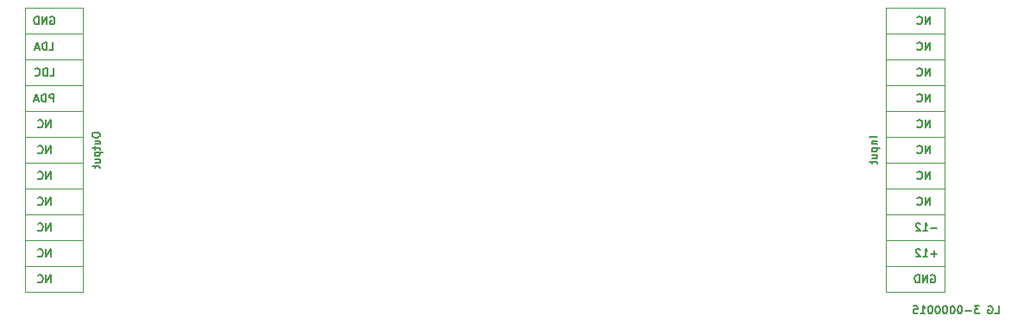
<source format=gbr>
G04 #@! TF.GenerationSoftware,KiCad,Pcbnew,(5.1.2)-1*
G04 #@! TF.CreationDate,2019-11-05T14:59:34-06:00*
G04 #@! TF.ProjectId,laser_driver,6c617365-725f-4647-9269-7665722e6b69,rev?*
G04 #@! TF.SameCoordinates,Original*
G04 #@! TF.FileFunction,Legend,Bot*
G04 #@! TF.FilePolarity,Positive*
%FSLAX46Y46*%
G04 Gerber Fmt 4.6, Leading zero omitted, Abs format (unit mm)*
G04 Created by KiCad (PCBNEW (5.1.2)-1) date 2019-11-05 14:59:34*
%MOMM*%
%LPD*%
G04 APERTURE LIST*
%ADD10C,0.149860*%
%ADD11C,0.120000*%
%ADD12C,0.150000*%
G04 APERTURE END LIST*
D10*
X139282714Y-91167857D02*
X139282714Y-91313000D01*
X139319000Y-91385571D01*
X139391571Y-91458142D01*
X139536714Y-91494428D01*
X139790714Y-91494428D01*
X139935857Y-91458142D01*
X140008428Y-91385571D01*
X140044714Y-91313000D01*
X140044714Y-91167857D01*
X140008428Y-91095285D01*
X139935857Y-91022714D01*
X139790714Y-90986428D01*
X139536714Y-90986428D01*
X139391571Y-91022714D01*
X139319000Y-91095285D01*
X139282714Y-91167857D01*
X139536714Y-92147571D02*
X140044714Y-92147571D01*
X139536714Y-91821000D02*
X139935857Y-91821000D01*
X140008428Y-91857285D01*
X140044714Y-91929857D01*
X140044714Y-92038714D01*
X140008428Y-92111285D01*
X139972142Y-92147571D01*
X139536714Y-92401571D02*
X139536714Y-92691857D01*
X139282714Y-92510428D02*
X139935857Y-92510428D01*
X140008428Y-92546714D01*
X140044714Y-92619285D01*
X140044714Y-92691857D01*
X139536714Y-92945857D02*
X140298714Y-92945857D01*
X139573000Y-92945857D02*
X139536714Y-93018428D01*
X139536714Y-93163571D01*
X139573000Y-93236142D01*
X139609285Y-93272428D01*
X139681857Y-93308714D01*
X139899571Y-93308714D01*
X139972142Y-93272428D01*
X140008428Y-93236142D01*
X140044714Y-93163571D01*
X140044714Y-93018428D01*
X140008428Y-92945857D01*
X139536714Y-93961857D02*
X140044714Y-93961857D01*
X139536714Y-93635285D02*
X139935857Y-93635285D01*
X140008428Y-93671571D01*
X140044714Y-93744142D01*
X140044714Y-93853000D01*
X140008428Y-93925571D01*
X139972142Y-93961857D01*
X139536714Y-94215857D02*
X139536714Y-94506142D01*
X139282714Y-94324714D02*
X139935857Y-94324714D01*
X140008428Y-94361000D01*
X140044714Y-94433571D01*
X140044714Y-94506142D01*
X216244714Y-91458142D02*
X215482714Y-91458142D01*
X215736714Y-91821000D02*
X216244714Y-91821000D01*
X215809285Y-91821000D02*
X215773000Y-91857285D01*
X215736714Y-91929857D01*
X215736714Y-92038714D01*
X215773000Y-92111285D01*
X215845571Y-92147571D01*
X216244714Y-92147571D01*
X215736714Y-92510428D02*
X216498714Y-92510428D01*
X215773000Y-92510428D02*
X215736714Y-92583000D01*
X215736714Y-92728142D01*
X215773000Y-92800714D01*
X215809285Y-92837000D01*
X215881857Y-92873285D01*
X216099571Y-92873285D01*
X216172142Y-92837000D01*
X216208428Y-92800714D01*
X216244714Y-92728142D01*
X216244714Y-92583000D01*
X216208428Y-92510428D01*
X215736714Y-93526428D02*
X216244714Y-93526428D01*
X215736714Y-93199857D02*
X216135857Y-93199857D01*
X216208428Y-93236142D01*
X216244714Y-93308714D01*
X216244714Y-93417571D01*
X216208428Y-93490142D01*
X216172142Y-93526428D01*
X215736714Y-93780428D02*
X215736714Y-94070714D01*
X215482714Y-93889285D02*
X216135857Y-93889285D01*
X216208428Y-93925571D01*
X216244714Y-93998142D01*
X216244714Y-94070714D01*
D11*
X222885000Y-83820000D02*
X217170000Y-83820000D01*
X217170000Y-81280000D02*
X222885000Y-81280000D01*
X217170000Y-86360000D02*
X222885000Y-86360000D01*
X222885000Y-88900000D02*
X217170000Y-88900000D01*
X217170000Y-91440000D02*
X222885000Y-91440000D01*
X222885000Y-93980000D02*
X217170000Y-93980000D01*
X222885000Y-99060000D02*
X217170000Y-99060000D01*
X217170000Y-106680000D02*
X217170000Y-78740000D01*
X217170000Y-78740000D02*
X222885000Y-78740000D01*
X217170000Y-96520000D02*
X222885000Y-96520000D01*
X217170000Y-101600000D02*
X222885000Y-101600000D01*
X217170000Y-104140000D02*
X217170000Y-101600000D01*
X222885000Y-104140000D02*
X217170000Y-104140000D01*
X222885000Y-78740000D02*
X222885000Y-106680000D01*
X222885000Y-106680000D02*
X217170000Y-106680000D01*
D10*
X222123000Y-100384428D02*
X221542428Y-100384428D01*
X220780428Y-100674714D02*
X221215857Y-100674714D01*
X220998142Y-100674714D02*
X220998142Y-99912714D01*
X221070714Y-100021571D01*
X221143285Y-100094142D01*
X221215857Y-100130428D01*
X220490142Y-99985285D02*
X220453857Y-99949000D01*
X220381285Y-99912714D01*
X220199857Y-99912714D01*
X220127285Y-99949000D01*
X220091000Y-99985285D01*
X220054714Y-100057857D01*
X220054714Y-100130428D01*
X220091000Y-100239285D01*
X220526428Y-100674714D01*
X220054714Y-100674714D01*
X221451714Y-93054714D02*
X221451714Y-92292714D01*
X221016285Y-93054714D01*
X221016285Y-92292714D01*
X220218000Y-92982142D02*
X220254285Y-93018428D01*
X220363142Y-93054714D01*
X220435714Y-93054714D01*
X220544571Y-93018428D01*
X220617142Y-92945857D01*
X220653428Y-92873285D01*
X220689714Y-92728142D01*
X220689714Y-92619285D01*
X220653428Y-92474142D01*
X220617142Y-92401571D01*
X220544571Y-92329000D01*
X220435714Y-92292714D01*
X220363142Y-92292714D01*
X220254285Y-92329000D01*
X220218000Y-92365285D01*
X221560571Y-105029000D02*
X221633142Y-104992714D01*
X221742000Y-104992714D01*
X221850857Y-105029000D01*
X221923428Y-105101571D01*
X221959714Y-105174142D01*
X221996000Y-105319285D01*
X221996000Y-105428142D01*
X221959714Y-105573285D01*
X221923428Y-105645857D01*
X221850857Y-105718428D01*
X221742000Y-105754714D01*
X221669428Y-105754714D01*
X221560571Y-105718428D01*
X221524285Y-105682142D01*
X221524285Y-105428142D01*
X221669428Y-105428142D01*
X221197714Y-105754714D02*
X221197714Y-104992714D01*
X220762285Y-105754714D01*
X220762285Y-104992714D01*
X220399428Y-105754714D02*
X220399428Y-104992714D01*
X220218000Y-104992714D01*
X220109142Y-105029000D01*
X220036571Y-105101571D01*
X220000285Y-105174142D01*
X219964000Y-105319285D01*
X219964000Y-105428142D01*
X220000285Y-105573285D01*
X220036571Y-105645857D01*
X220109142Y-105718428D01*
X220218000Y-105754714D01*
X220399428Y-105754714D01*
X221451714Y-87974714D02*
X221451714Y-87212714D01*
X221016285Y-87974714D01*
X221016285Y-87212714D01*
X220218000Y-87902142D02*
X220254285Y-87938428D01*
X220363142Y-87974714D01*
X220435714Y-87974714D01*
X220544571Y-87938428D01*
X220617142Y-87865857D01*
X220653428Y-87793285D01*
X220689714Y-87648142D01*
X220689714Y-87539285D01*
X220653428Y-87394142D01*
X220617142Y-87321571D01*
X220544571Y-87249000D01*
X220435714Y-87212714D01*
X220363142Y-87212714D01*
X220254285Y-87249000D01*
X220218000Y-87285285D01*
X221451714Y-95594714D02*
X221451714Y-94832714D01*
X221016285Y-95594714D01*
X221016285Y-94832714D01*
X220218000Y-95522142D02*
X220254285Y-95558428D01*
X220363142Y-95594714D01*
X220435714Y-95594714D01*
X220544571Y-95558428D01*
X220617142Y-95485857D01*
X220653428Y-95413285D01*
X220689714Y-95268142D01*
X220689714Y-95159285D01*
X220653428Y-95014142D01*
X220617142Y-94941571D01*
X220544571Y-94869000D01*
X220435714Y-94832714D01*
X220363142Y-94832714D01*
X220254285Y-94869000D01*
X220218000Y-94905285D01*
X222123000Y-102924428D02*
X221542428Y-102924428D01*
X221832714Y-103214714D02*
X221832714Y-102634142D01*
X220780428Y-103214714D02*
X221215857Y-103214714D01*
X220998142Y-103214714D02*
X220998142Y-102452714D01*
X221070714Y-102561571D01*
X221143285Y-102634142D01*
X221215857Y-102670428D01*
X220490142Y-102525285D02*
X220453857Y-102489000D01*
X220381285Y-102452714D01*
X220199857Y-102452714D01*
X220127285Y-102489000D01*
X220091000Y-102525285D01*
X220054714Y-102597857D01*
X220054714Y-102670428D01*
X220091000Y-102779285D01*
X220526428Y-103214714D01*
X220054714Y-103214714D01*
X221451714Y-85434714D02*
X221451714Y-84672714D01*
X221016285Y-85434714D01*
X221016285Y-84672714D01*
X220218000Y-85362142D02*
X220254285Y-85398428D01*
X220363142Y-85434714D01*
X220435714Y-85434714D01*
X220544571Y-85398428D01*
X220617142Y-85325857D01*
X220653428Y-85253285D01*
X220689714Y-85108142D01*
X220689714Y-84999285D01*
X220653428Y-84854142D01*
X220617142Y-84781571D01*
X220544571Y-84709000D01*
X220435714Y-84672714D01*
X220363142Y-84672714D01*
X220254285Y-84709000D01*
X220218000Y-84745285D01*
X221451714Y-80354714D02*
X221451714Y-79592714D01*
X221016285Y-80354714D01*
X221016285Y-79592714D01*
X220218000Y-80282142D02*
X220254285Y-80318428D01*
X220363142Y-80354714D01*
X220435714Y-80354714D01*
X220544571Y-80318428D01*
X220617142Y-80245857D01*
X220653428Y-80173285D01*
X220689714Y-80028142D01*
X220689714Y-79919285D01*
X220653428Y-79774142D01*
X220617142Y-79701571D01*
X220544571Y-79629000D01*
X220435714Y-79592714D01*
X220363142Y-79592714D01*
X220254285Y-79629000D01*
X220218000Y-79665285D01*
X221451714Y-82894714D02*
X221451714Y-82132714D01*
X221016285Y-82894714D01*
X221016285Y-82132714D01*
X220218000Y-82822142D02*
X220254285Y-82858428D01*
X220363142Y-82894714D01*
X220435714Y-82894714D01*
X220544571Y-82858428D01*
X220617142Y-82785857D01*
X220653428Y-82713285D01*
X220689714Y-82568142D01*
X220689714Y-82459285D01*
X220653428Y-82314142D01*
X220617142Y-82241571D01*
X220544571Y-82169000D01*
X220435714Y-82132714D01*
X220363142Y-82132714D01*
X220254285Y-82169000D01*
X220218000Y-82205285D01*
X221451714Y-90514714D02*
X221451714Y-89752714D01*
X221016285Y-90514714D01*
X221016285Y-89752714D01*
X220218000Y-90442142D02*
X220254285Y-90478428D01*
X220363142Y-90514714D01*
X220435714Y-90514714D01*
X220544571Y-90478428D01*
X220617142Y-90405857D01*
X220653428Y-90333285D01*
X220689714Y-90188142D01*
X220689714Y-90079285D01*
X220653428Y-89934142D01*
X220617142Y-89861571D01*
X220544571Y-89789000D01*
X220435714Y-89752714D01*
X220363142Y-89752714D01*
X220254285Y-89789000D01*
X220218000Y-89825285D01*
X221451714Y-98134714D02*
X221451714Y-97372714D01*
X221016285Y-98134714D01*
X221016285Y-97372714D01*
X220218000Y-98062142D02*
X220254285Y-98098428D01*
X220363142Y-98134714D01*
X220435714Y-98134714D01*
X220544571Y-98098428D01*
X220617142Y-98025857D01*
X220653428Y-97953285D01*
X220689714Y-97808142D01*
X220689714Y-97699285D01*
X220653428Y-97554142D01*
X220617142Y-97481571D01*
X220544571Y-97409000D01*
X220435714Y-97372714D01*
X220363142Y-97372714D01*
X220254285Y-97409000D01*
X220218000Y-97445285D01*
D11*
X138430000Y-104140000D02*
X132715000Y-104140000D01*
X132715000Y-101600000D02*
X138430000Y-101600000D01*
X138430000Y-99060000D02*
X132715000Y-99060000D01*
X132715000Y-96520000D02*
X138430000Y-96520000D01*
X138430000Y-93980000D02*
X132715000Y-93980000D01*
X132715000Y-91440000D02*
X138430000Y-91440000D01*
X138430000Y-88900000D02*
X132715000Y-88900000D01*
X132715000Y-86360000D02*
X138430000Y-86360000D01*
X138430000Y-83820000D02*
X132715000Y-83820000D01*
X138430000Y-81280000D02*
X138430000Y-83820000D01*
X132715000Y-81280000D02*
X138430000Y-81280000D01*
X132715000Y-106680000D02*
X132715000Y-78740000D01*
X138430000Y-106680000D02*
X132715000Y-106680000D01*
X138430000Y-78740000D02*
X138430000Y-106680000D01*
X132715000Y-78740000D02*
X138430000Y-78740000D01*
D10*
X135218714Y-105754714D02*
X135218714Y-104992714D01*
X134783285Y-105754714D01*
X134783285Y-104992714D01*
X133985000Y-105682142D02*
X134021285Y-105718428D01*
X134130142Y-105754714D01*
X134202714Y-105754714D01*
X134311571Y-105718428D01*
X134384142Y-105645857D01*
X134420428Y-105573285D01*
X134456714Y-105428142D01*
X134456714Y-105319285D01*
X134420428Y-105174142D01*
X134384142Y-105101571D01*
X134311571Y-105029000D01*
X134202714Y-104992714D01*
X134130142Y-104992714D01*
X134021285Y-105029000D01*
X133985000Y-105065285D01*
X135218714Y-103214714D02*
X135218714Y-102452714D01*
X134783285Y-103214714D01*
X134783285Y-102452714D01*
X133985000Y-103142142D02*
X134021285Y-103178428D01*
X134130142Y-103214714D01*
X134202714Y-103214714D01*
X134311571Y-103178428D01*
X134384142Y-103105857D01*
X134420428Y-103033285D01*
X134456714Y-102888142D01*
X134456714Y-102779285D01*
X134420428Y-102634142D01*
X134384142Y-102561571D01*
X134311571Y-102489000D01*
X134202714Y-102452714D01*
X134130142Y-102452714D01*
X134021285Y-102489000D01*
X133985000Y-102525285D01*
X135218714Y-100674714D02*
X135218714Y-99912714D01*
X134783285Y-100674714D01*
X134783285Y-99912714D01*
X133985000Y-100602142D02*
X134021285Y-100638428D01*
X134130142Y-100674714D01*
X134202714Y-100674714D01*
X134311571Y-100638428D01*
X134384142Y-100565857D01*
X134420428Y-100493285D01*
X134456714Y-100348142D01*
X134456714Y-100239285D01*
X134420428Y-100094142D01*
X134384142Y-100021571D01*
X134311571Y-99949000D01*
X134202714Y-99912714D01*
X134130142Y-99912714D01*
X134021285Y-99949000D01*
X133985000Y-99985285D01*
X135218714Y-98134714D02*
X135218714Y-97372714D01*
X134783285Y-98134714D01*
X134783285Y-97372714D01*
X133985000Y-98062142D02*
X134021285Y-98098428D01*
X134130142Y-98134714D01*
X134202714Y-98134714D01*
X134311571Y-98098428D01*
X134384142Y-98025857D01*
X134420428Y-97953285D01*
X134456714Y-97808142D01*
X134456714Y-97699285D01*
X134420428Y-97554142D01*
X134384142Y-97481571D01*
X134311571Y-97409000D01*
X134202714Y-97372714D01*
X134130142Y-97372714D01*
X134021285Y-97409000D01*
X133985000Y-97445285D01*
X135218714Y-95594714D02*
X135218714Y-94832714D01*
X134783285Y-95594714D01*
X134783285Y-94832714D01*
X133985000Y-95522142D02*
X134021285Y-95558428D01*
X134130142Y-95594714D01*
X134202714Y-95594714D01*
X134311571Y-95558428D01*
X134384142Y-95485857D01*
X134420428Y-95413285D01*
X134456714Y-95268142D01*
X134456714Y-95159285D01*
X134420428Y-95014142D01*
X134384142Y-94941571D01*
X134311571Y-94869000D01*
X134202714Y-94832714D01*
X134130142Y-94832714D01*
X134021285Y-94869000D01*
X133985000Y-94905285D01*
X135218714Y-93054714D02*
X135218714Y-92292714D01*
X134783285Y-93054714D01*
X134783285Y-92292714D01*
X133985000Y-92982142D02*
X134021285Y-93018428D01*
X134130142Y-93054714D01*
X134202714Y-93054714D01*
X134311571Y-93018428D01*
X134384142Y-92945857D01*
X134420428Y-92873285D01*
X134456714Y-92728142D01*
X134456714Y-92619285D01*
X134420428Y-92474142D01*
X134384142Y-92401571D01*
X134311571Y-92329000D01*
X134202714Y-92292714D01*
X134130142Y-92292714D01*
X134021285Y-92329000D01*
X133985000Y-92365285D01*
X135218714Y-90514714D02*
X135218714Y-89752714D01*
X134783285Y-90514714D01*
X134783285Y-89752714D01*
X133985000Y-90442142D02*
X134021285Y-90478428D01*
X134130142Y-90514714D01*
X134202714Y-90514714D01*
X134311571Y-90478428D01*
X134384142Y-90405857D01*
X134420428Y-90333285D01*
X134456714Y-90188142D01*
X134456714Y-90079285D01*
X134420428Y-89934142D01*
X134384142Y-89861571D01*
X134311571Y-89789000D01*
X134202714Y-89752714D01*
X134130142Y-89752714D01*
X134021285Y-89789000D01*
X133985000Y-89825285D01*
X135527142Y-87974714D02*
X135527142Y-87212714D01*
X135236857Y-87212714D01*
X135164285Y-87249000D01*
X135128000Y-87285285D01*
X135091714Y-87357857D01*
X135091714Y-87466714D01*
X135128000Y-87539285D01*
X135164285Y-87575571D01*
X135236857Y-87611857D01*
X135527142Y-87611857D01*
X134765142Y-87974714D02*
X134765142Y-87212714D01*
X134583714Y-87212714D01*
X134474857Y-87249000D01*
X134402285Y-87321571D01*
X134366000Y-87394142D01*
X134329714Y-87539285D01*
X134329714Y-87648142D01*
X134366000Y-87793285D01*
X134402285Y-87865857D01*
X134474857Y-87938428D01*
X134583714Y-87974714D01*
X134765142Y-87974714D01*
X134039428Y-87757000D02*
X133676571Y-87757000D01*
X134112000Y-87974714D02*
X133858000Y-87212714D01*
X133604000Y-87974714D01*
X135146142Y-85434714D02*
X135509000Y-85434714D01*
X135509000Y-84672714D01*
X134892142Y-85434714D02*
X134892142Y-84672714D01*
X134710714Y-84672714D01*
X134601857Y-84709000D01*
X134529285Y-84781571D01*
X134493000Y-84854142D01*
X134456714Y-84999285D01*
X134456714Y-85108142D01*
X134493000Y-85253285D01*
X134529285Y-85325857D01*
X134601857Y-85398428D01*
X134710714Y-85434714D01*
X134892142Y-85434714D01*
X133694714Y-85362142D02*
X133731000Y-85398428D01*
X133839857Y-85434714D01*
X133912428Y-85434714D01*
X134021285Y-85398428D01*
X134093857Y-85325857D01*
X134130142Y-85253285D01*
X134166428Y-85108142D01*
X134166428Y-84999285D01*
X134130142Y-84854142D01*
X134093857Y-84781571D01*
X134021285Y-84709000D01*
X133912428Y-84672714D01*
X133839857Y-84672714D01*
X133731000Y-84709000D01*
X133694714Y-84745285D01*
X135091714Y-82894714D02*
X135454571Y-82894714D01*
X135454571Y-82132714D01*
X134837714Y-82894714D02*
X134837714Y-82132714D01*
X134656285Y-82132714D01*
X134547428Y-82169000D01*
X134474857Y-82241571D01*
X134438571Y-82314142D01*
X134402285Y-82459285D01*
X134402285Y-82568142D01*
X134438571Y-82713285D01*
X134474857Y-82785857D01*
X134547428Y-82858428D01*
X134656285Y-82894714D01*
X134837714Y-82894714D01*
X134112000Y-82677000D02*
X133749142Y-82677000D01*
X134184571Y-82894714D02*
X133930571Y-82132714D01*
X133676571Y-82894714D01*
X135200571Y-79629000D02*
X135273142Y-79592714D01*
X135382000Y-79592714D01*
X135490857Y-79629000D01*
X135563428Y-79701571D01*
X135599714Y-79774142D01*
X135636000Y-79919285D01*
X135636000Y-80028142D01*
X135599714Y-80173285D01*
X135563428Y-80245857D01*
X135490857Y-80318428D01*
X135382000Y-80354714D01*
X135309428Y-80354714D01*
X135200571Y-80318428D01*
X135164285Y-80282142D01*
X135164285Y-80028142D01*
X135309428Y-80028142D01*
X134837714Y-80354714D02*
X134837714Y-79592714D01*
X134402285Y-80354714D01*
X134402285Y-79592714D01*
X134039428Y-80354714D02*
X134039428Y-79592714D01*
X133858000Y-79592714D01*
X133749142Y-79629000D01*
X133676571Y-79701571D01*
X133640285Y-79774142D01*
X133604000Y-79919285D01*
X133604000Y-80028142D01*
X133640285Y-80173285D01*
X133676571Y-80245857D01*
X133749142Y-80318428D01*
X133858000Y-80354714D01*
X134039428Y-80354714D01*
D12*
X227838000Y-108802714D02*
X228200857Y-108802714D01*
X228200857Y-108040714D01*
X227184857Y-108077000D02*
X227257428Y-108040714D01*
X227366285Y-108040714D01*
X227475142Y-108077000D01*
X227547714Y-108149571D01*
X227584000Y-108222142D01*
X227620285Y-108367285D01*
X227620285Y-108476142D01*
X227584000Y-108621285D01*
X227547714Y-108693857D01*
X227475142Y-108766428D01*
X227366285Y-108802714D01*
X227293714Y-108802714D01*
X227184857Y-108766428D01*
X227148571Y-108730142D01*
X227148571Y-108476142D01*
X227293714Y-108476142D01*
X226314000Y-108040714D02*
X225842285Y-108040714D01*
X226096285Y-108331000D01*
X225987428Y-108331000D01*
X225914857Y-108367285D01*
X225878571Y-108403571D01*
X225842285Y-108476142D01*
X225842285Y-108657571D01*
X225878571Y-108730142D01*
X225914857Y-108766428D01*
X225987428Y-108802714D01*
X226205142Y-108802714D01*
X226277714Y-108766428D01*
X226314000Y-108730142D01*
X225515714Y-108512428D02*
X224935142Y-108512428D01*
X224427142Y-108040714D02*
X224354571Y-108040714D01*
X224282000Y-108077000D01*
X224245714Y-108113285D01*
X224209428Y-108185857D01*
X224173142Y-108331000D01*
X224173142Y-108512428D01*
X224209428Y-108657571D01*
X224245714Y-108730142D01*
X224282000Y-108766428D01*
X224354571Y-108802714D01*
X224427142Y-108802714D01*
X224499714Y-108766428D01*
X224536000Y-108730142D01*
X224572285Y-108657571D01*
X224608571Y-108512428D01*
X224608571Y-108331000D01*
X224572285Y-108185857D01*
X224536000Y-108113285D01*
X224499714Y-108077000D01*
X224427142Y-108040714D01*
X223701428Y-108040714D02*
X223628857Y-108040714D01*
X223556285Y-108077000D01*
X223520000Y-108113285D01*
X223483714Y-108185857D01*
X223447428Y-108331000D01*
X223447428Y-108512428D01*
X223483714Y-108657571D01*
X223520000Y-108730142D01*
X223556285Y-108766428D01*
X223628857Y-108802714D01*
X223701428Y-108802714D01*
X223774000Y-108766428D01*
X223810285Y-108730142D01*
X223846571Y-108657571D01*
X223882857Y-108512428D01*
X223882857Y-108331000D01*
X223846571Y-108185857D01*
X223810285Y-108113285D01*
X223774000Y-108077000D01*
X223701428Y-108040714D01*
X222975714Y-108040714D02*
X222903142Y-108040714D01*
X222830571Y-108077000D01*
X222794285Y-108113285D01*
X222758000Y-108185857D01*
X222721714Y-108331000D01*
X222721714Y-108512428D01*
X222758000Y-108657571D01*
X222794285Y-108730142D01*
X222830571Y-108766428D01*
X222903142Y-108802714D01*
X222975714Y-108802714D01*
X223048285Y-108766428D01*
X223084571Y-108730142D01*
X223120857Y-108657571D01*
X223157142Y-108512428D01*
X223157142Y-108331000D01*
X223120857Y-108185857D01*
X223084571Y-108113285D01*
X223048285Y-108077000D01*
X222975714Y-108040714D01*
X222250000Y-108040714D02*
X222177428Y-108040714D01*
X222104857Y-108077000D01*
X222068571Y-108113285D01*
X222032285Y-108185857D01*
X221996000Y-108331000D01*
X221996000Y-108512428D01*
X222032285Y-108657571D01*
X222068571Y-108730142D01*
X222104857Y-108766428D01*
X222177428Y-108802714D01*
X222250000Y-108802714D01*
X222322571Y-108766428D01*
X222358857Y-108730142D01*
X222395142Y-108657571D01*
X222431428Y-108512428D01*
X222431428Y-108331000D01*
X222395142Y-108185857D01*
X222358857Y-108113285D01*
X222322571Y-108077000D01*
X222250000Y-108040714D01*
X221524285Y-108040714D02*
X221451714Y-108040714D01*
X221379142Y-108077000D01*
X221342857Y-108113285D01*
X221306571Y-108185857D01*
X221270285Y-108331000D01*
X221270285Y-108512428D01*
X221306571Y-108657571D01*
X221342857Y-108730142D01*
X221379142Y-108766428D01*
X221451714Y-108802714D01*
X221524285Y-108802714D01*
X221596857Y-108766428D01*
X221633142Y-108730142D01*
X221669428Y-108657571D01*
X221705714Y-108512428D01*
X221705714Y-108331000D01*
X221669428Y-108185857D01*
X221633142Y-108113285D01*
X221596857Y-108077000D01*
X221524285Y-108040714D01*
X220544571Y-108802714D02*
X220980000Y-108802714D01*
X220762285Y-108802714D02*
X220762285Y-108040714D01*
X220834857Y-108149571D01*
X220907428Y-108222142D01*
X220980000Y-108258428D01*
X219855142Y-108040714D02*
X220218000Y-108040714D01*
X220254285Y-108403571D01*
X220218000Y-108367285D01*
X220145428Y-108331000D01*
X219964000Y-108331000D01*
X219891428Y-108367285D01*
X219855142Y-108403571D01*
X219818857Y-108476142D01*
X219818857Y-108657571D01*
X219855142Y-108730142D01*
X219891428Y-108766428D01*
X219964000Y-108802714D01*
X220145428Y-108802714D01*
X220218000Y-108766428D01*
X220254285Y-108730142D01*
M02*

</source>
